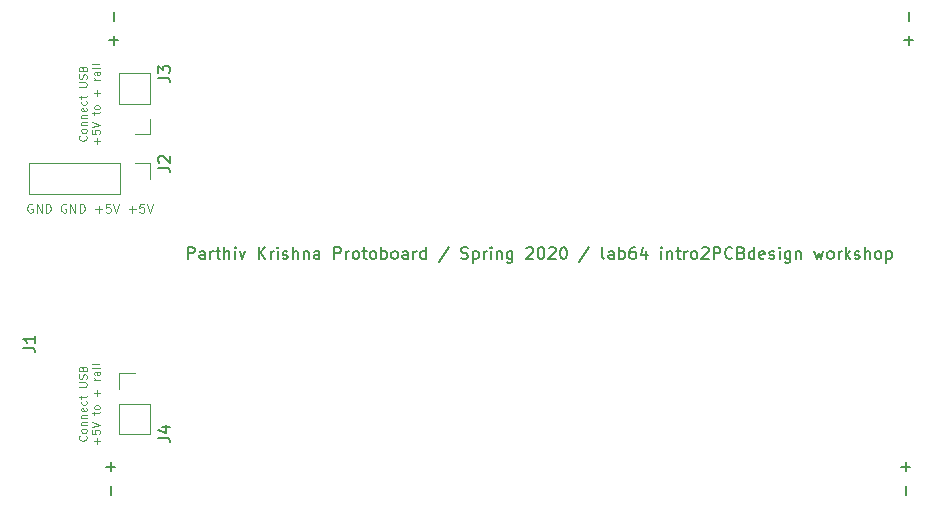
<source format=gbr>
G04 #@! TF.GenerationSoftware,KiCad,Pcbnew,(5.1.5)-3*
G04 #@! TF.CreationDate,2020-04-19T20:17:08-05:00*
G04 #@! TF.ProjectId,Activity_1,41637469-7669-4747-995f-312e6b696361,rev?*
G04 #@! TF.SameCoordinates,Original*
G04 #@! TF.FileFunction,Legend,Top*
G04 #@! TF.FilePolarity,Positive*
%FSLAX46Y46*%
G04 Gerber Fmt 4.6, Leading zero omitted, Abs format (unit mm)*
G04 Created by KiCad (PCBNEW (5.1.5)-3) date 2020-04-19 20:17:08*
%MOMM*%
%LPD*%
G04 APERTURE LIST*
%ADD10C,0.100000*%
%ADD11C,0.150000*%
%ADD12C,0.120000*%
G04 APERTURE END LIST*
D10*
X152086785Y-127187857D02*
X152118690Y-127219761D01*
X152150595Y-127315476D01*
X152150595Y-127379285D01*
X152118690Y-127475000D01*
X152054880Y-127538809D01*
X151991071Y-127570714D01*
X151863452Y-127602619D01*
X151767738Y-127602619D01*
X151640119Y-127570714D01*
X151576309Y-127538809D01*
X151512500Y-127475000D01*
X151480595Y-127379285D01*
X151480595Y-127315476D01*
X151512500Y-127219761D01*
X151544404Y-127187857D01*
X152150595Y-126805000D02*
X152118690Y-126868809D01*
X152086785Y-126900714D01*
X152022976Y-126932619D01*
X151831547Y-126932619D01*
X151767738Y-126900714D01*
X151735833Y-126868809D01*
X151703928Y-126805000D01*
X151703928Y-126709285D01*
X151735833Y-126645476D01*
X151767738Y-126613571D01*
X151831547Y-126581666D01*
X152022976Y-126581666D01*
X152086785Y-126613571D01*
X152118690Y-126645476D01*
X152150595Y-126709285D01*
X152150595Y-126805000D01*
X151703928Y-126294523D02*
X152150595Y-126294523D01*
X151767738Y-126294523D02*
X151735833Y-126262619D01*
X151703928Y-126198809D01*
X151703928Y-126103095D01*
X151735833Y-126039285D01*
X151799642Y-126007380D01*
X152150595Y-126007380D01*
X151703928Y-125688333D02*
X152150595Y-125688333D01*
X151767738Y-125688333D02*
X151735833Y-125656428D01*
X151703928Y-125592619D01*
X151703928Y-125496904D01*
X151735833Y-125433095D01*
X151799642Y-125401190D01*
X152150595Y-125401190D01*
X152118690Y-124826904D02*
X152150595Y-124890714D01*
X152150595Y-125018333D01*
X152118690Y-125082142D01*
X152054880Y-125114047D01*
X151799642Y-125114047D01*
X151735833Y-125082142D01*
X151703928Y-125018333D01*
X151703928Y-124890714D01*
X151735833Y-124826904D01*
X151799642Y-124795000D01*
X151863452Y-124795000D01*
X151927261Y-125114047D01*
X152118690Y-124220714D02*
X152150595Y-124284523D01*
X152150595Y-124412142D01*
X152118690Y-124475952D01*
X152086785Y-124507857D01*
X152022976Y-124539761D01*
X151831547Y-124539761D01*
X151767738Y-124507857D01*
X151735833Y-124475952D01*
X151703928Y-124412142D01*
X151703928Y-124284523D01*
X151735833Y-124220714D01*
X151703928Y-124029285D02*
X151703928Y-123774047D01*
X151480595Y-123933571D02*
X152054880Y-123933571D01*
X152118690Y-123901666D01*
X152150595Y-123837857D01*
X152150595Y-123774047D01*
X151480595Y-123040238D02*
X152022976Y-123040238D01*
X152086785Y-123008333D01*
X152118690Y-122976428D01*
X152150595Y-122912619D01*
X152150595Y-122785000D01*
X152118690Y-122721190D01*
X152086785Y-122689285D01*
X152022976Y-122657380D01*
X151480595Y-122657380D01*
X152118690Y-122370238D02*
X152150595Y-122274523D01*
X152150595Y-122115000D01*
X152118690Y-122051190D01*
X152086785Y-122019285D01*
X152022976Y-121987380D01*
X151959166Y-121987380D01*
X151895357Y-122019285D01*
X151863452Y-122051190D01*
X151831547Y-122115000D01*
X151799642Y-122242619D01*
X151767738Y-122306428D01*
X151735833Y-122338333D01*
X151672023Y-122370238D01*
X151608214Y-122370238D01*
X151544404Y-122338333D01*
X151512500Y-122306428D01*
X151480595Y-122242619D01*
X151480595Y-122083095D01*
X151512500Y-121987380D01*
X151799642Y-121476904D02*
X151831547Y-121381190D01*
X151863452Y-121349285D01*
X151927261Y-121317380D01*
X152022976Y-121317380D01*
X152086785Y-121349285D01*
X152118690Y-121381190D01*
X152150595Y-121445000D01*
X152150595Y-121700238D01*
X151480595Y-121700238D01*
X151480595Y-121476904D01*
X151512500Y-121413095D01*
X151544404Y-121381190D01*
X151608214Y-121349285D01*
X151672023Y-121349285D01*
X151735833Y-121381190D01*
X151767738Y-121413095D01*
X151799642Y-121476904D01*
X151799642Y-121700238D01*
X153000357Y-127841904D02*
X153000357Y-127331428D01*
X153255595Y-127586666D02*
X152745119Y-127586666D01*
X152585595Y-126693333D02*
X152585595Y-127012380D01*
X152904642Y-127044285D01*
X152872738Y-127012380D01*
X152840833Y-126948571D01*
X152840833Y-126789047D01*
X152872738Y-126725238D01*
X152904642Y-126693333D01*
X152968452Y-126661428D01*
X153127976Y-126661428D01*
X153191785Y-126693333D01*
X153223690Y-126725238D01*
X153255595Y-126789047D01*
X153255595Y-126948571D01*
X153223690Y-127012380D01*
X153191785Y-127044285D01*
X152585595Y-126470000D02*
X153255595Y-126246666D01*
X152585595Y-126023333D01*
X152808928Y-125385238D02*
X152808928Y-125130000D01*
X152585595Y-125289523D02*
X153159880Y-125289523D01*
X153223690Y-125257619D01*
X153255595Y-125193809D01*
X153255595Y-125130000D01*
X153255595Y-124810952D02*
X153223690Y-124874761D01*
X153191785Y-124906666D01*
X153127976Y-124938571D01*
X152936547Y-124938571D01*
X152872738Y-124906666D01*
X152840833Y-124874761D01*
X152808928Y-124810952D01*
X152808928Y-124715238D01*
X152840833Y-124651428D01*
X152872738Y-124619523D01*
X152936547Y-124587619D01*
X153127976Y-124587619D01*
X153191785Y-124619523D01*
X153223690Y-124651428D01*
X153255595Y-124715238D01*
X153255595Y-124810952D01*
X153000357Y-123790000D02*
X153000357Y-123279523D01*
X153255595Y-123534761D02*
X152745119Y-123534761D01*
X153255595Y-122450000D02*
X152808928Y-122450000D01*
X152936547Y-122450000D02*
X152872738Y-122418095D01*
X152840833Y-122386190D01*
X152808928Y-122322380D01*
X152808928Y-122258571D01*
X153255595Y-121748095D02*
X152904642Y-121748095D01*
X152840833Y-121780000D01*
X152808928Y-121843809D01*
X152808928Y-121971428D01*
X152840833Y-122035238D01*
X153223690Y-121748095D02*
X153255595Y-121811904D01*
X153255595Y-121971428D01*
X153223690Y-122035238D01*
X153159880Y-122067142D01*
X153096071Y-122067142D01*
X153032261Y-122035238D01*
X153000357Y-121971428D01*
X153000357Y-121811904D01*
X152968452Y-121748095D01*
X153255595Y-121429047D02*
X152808928Y-121429047D01*
X152585595Y-121429047D02*
X152617500Y-121460952D01*
X152649404Y-121429047D01*
X152617500Y-121397142D01*
X152585595Y-121429047D01*
X152649404Y-121429047D01*
X153255595Y-121014285D02*
X153223690Y-121078095D01*
X153159880Y-121110000D01*
X152585595Y-121110000D01*
D11*
X221496428Y-132190952D02*
X221496428Y-131429047D01*
X221496428Y-130190952D02*
X221496428Y-129429047D01*
X221877380Y-129810000D02*
X221115476Y-129810000D01*
X221733571Y-91329047D02*
X221733571Y-92090952D01*
X221733571Y-93329047D02*
X221733571Y-94090952D01*
X221352619Y-93710000D02*
X222114523Y-93710000D01*
X154423571Y-91329047D02*
X154423571Y-92090952D01*
X154423571Y-93329047D02*
X154423571Y-94090952D01*
X154042619Y-93710000D02*
X154804523Y-93710000D01*
D10*
X152086785Y-101787857D02*
X152118690Y-101819761D01*
X152150595Y-101915476D01*
X152150595Y-101979285D01*
X152118690Y-102075000D01*
X152054880Y-102138809D01*
X151991071Y-102170714D01*
X151863452Y-102202619D01*
X151767738Y-102202619D01*
X151640119Y-102170714D01*
X151576309Y-102138809D01*
X151512500Y-102075000D01*
X151480595Y-101979285D01*
X151480595Y-101915476D01*
X151512500Y-101819761D01*
X151544404Y-101787857D01*
X152150595Y-101405000D02*
X152118690Y-101468809D01*
X152086785Y-101500714D01*
X152022976Y-101532619D01*
X151831547Y-101532619D01*
X151767738Y-101500714D01*
X151735833Y-101468809D01*
X151703928Y-101405000D01*
X151703928Y-101309285D01*
X151735833Y-101245476D01*
X151767738Y-101213571D01*
X151831547Y-101181666D01*
X152022976Y-101181666D01*
X152086785Y-101213571D01*
X152118690Y-101245476D01*
X152150595Y-101309285D01*
X152150595Y-101405000D01*
X151703928Y-100894523D02*
X152150595Y-100894523D01*
X151767738Y-100894523D02*
X151735833Y-100862619D01*
X151703928Y-100798809D01*
X151703928Y-100703095D01*
X151735833Y-100639285D01*
X151799642Y-100607380D01*
X152150595Y-100607380D01*
X151703928Y-100288333D02*
X152150595Y-100288333D01*
X151767738Y-100288333D02*
X151735833Y-100256428D01*
X151703928Y-100192619D01*
X151703928Y-100096904D01*
X151735833Y-100033095D01*
X151799642Y-100001190D01*
X152150595Y-100001190D01*
X152118690Y-99426904D02*
X152150595Y-99490714D01*
X152150595Y-99618333D01*
X152118690Y-99682142D01*
X152054880Y-99714047D01*
X151799642Y-99714047D01*
X151735833Y-99682142D01*
X151703928Y-99618333D01*
X151703928Y-99490714D01*
X151735833Y-99426904D01*
X151799642Y-99395000D01*
X151863452Y-99395000D01*
X151927261Y-99714047D01*
X152118690Y-98820714D02*
X152150595Y-98884523D01*
X152150595Y-99012142D01*
X152118690Y-99075952D01*
X152086785Y-99107857D01*
X152022976Y-99139761D01*
X151831547Y-99139761D01*
X151767738Y-99107857D01*
X151735833Y-99075952D01*
X151703928Y-99012142D01*
X151703928Y-98884523D01*
X151735833Y-98820714D01*
X151703928Y-98629285D02*
X151703928Y-98374047D01*
X151480595Y-98533571D02*
X152054880Y-98533571D01*
X152118690Y-98501666D01*
X152150595Y-98437857D01*
X152150595Y-98374047D01*
X151480595Y-97640238D02*
X152022976Y-97640238D01*
X152086785Y-97608333D01*
X152118690Y-97576428D01*
X152150595Y-97512619D01*
X152150595Y-97385000D01*
X152118690Y-97321190D01*
X152086785Y-97289285D01*
X152022976Y-97257380D01*
X151480595Y-97257380D01*
X152118690Y-96970238D02*
X152150595Y-96874523D01*
X152150595Y-96715000D01*
X152118690Y-96651190D01*
X152086785Y-96619285D01*
X152022976Y-96587380D01*
X151959166Y-96587380D01*
X151895357Y-96619285D01*
X151863452Y-96651190D01*
X151831547Y-96715000D01*
X151799642Y-96842619D01*
X151767738Y-96906428D01*
X151735833Y-96938333D01*
X151672023Y-96970238D01*
X151608214Y-96970238D01*
X151544404Y-96938333D01*
X151512500Y-96906428D01*
X151480595Y-96842619D01*
X151480595Y-96683095D01*
X151512500Y-96587380D01*
X151799642Y-96076904D02*
X151831547Y-95981190D01*
X151863452Y-95949285D01*
X151927261Y-95917380D01*
X152022976Y-95917380D01*
X152086785Y-95949285D01*
X152118690Y-95981190D01*
X152150595Y-96045000D01*
X152150595Y-96300238D01*
X151480595Y-96300238D01*
X151480595Y-96076904D01*
X151512500Y-96013095D01*
X151544404Y-95981190D01*
X151608214Y-95949285D01*
X151672023Y-95949285D01*
X151735833Y-95981190D01*
X151767738Y-96013095D01*
X151799642Y-96076904D01*
X151799642Y-96300238D01*
X153000357Y-102441904D02*
X153000357Y-101931428D01*
X153255595Y-102186666D02*
X152745119Y-102186666D01*
X152585595Y-101293333D02*
X152585595Y-101612380D01*
X152904642Y-101644285D01*
X152872738Y-101612380D01*
X152840833Y-101548571D01*
X152840833Y-101389047D01*
X152872738Y-101325238D01*
X152904642Y-101293333D01*
X152968452Y-101261428D01*
X153127976Y-101261428D01*
X153191785Y-101293333D01*
X153223690Y-101325238D01*
X153255595Y-101389047D01*
X153255595Y-101548571D01*
X153223690Y-101612380D01*
X153191785Y-101644285D01*
X152585595Y-101070000D02*
X153255595Y-100846666D01*
X152585595Y-100623333D01*
X152808928Y-99985238D02*
X152808928Y-99730000D01*
X152585595Y-99889523D02*
X153159880Y-99889523D01*
X153223690Y-99857619D01*
X153255595Y-99793809D01*
X153255595Y-99730000D01*
X153255595Y-99410952D02*
X153223690Y-99474761D01*
X153191785Y-99506666D01*
X153127976Y-99538571D01*
X152936547Y-99538571D01*
X152872738Y-99506666D01*
X152840833Y-99474761D01*
X152808928Y-99410952D01*
X152808928Y-99315238D01*
X152840833Y-99251428D01*
X152872738Y-99219523D01*
X152936547Y-99187619D01*
X153127976Y-99187619D01*
X153191785Y-99219523D01*
X153223690Y-99251428D01*
X153255595Y-99315238D01*
X153255595Y-99410952D01*
X153000357Y-98390000D02*
X153000357Y-97879523D01*
X153255595Y-98134761D02*
X152745119Y-98134761D01*
X153255595Y-97050000D02*
X152808928Y-97050000D01*
X152936547Y-97050000D02*
X152872738Y-97018095D01*
X152840833Y-96986190D01*
X152808928Y-96922380D01*
X152808928Y-96858571D01*
X153255595Y-96348095D02*
X152904642Y-96348095D01*
X152840833Y-96380000D01*
X152808928Y-96443809D01*
X152808928Y-96571428D01*
X152840833Y-96635238D01*
X153223690Y-96348095D02*
X153255595Y-96411904D01*
X153255595Y-96571428D01*
X153223690Y-96635238D01*
X153159880Y-96667142D01*
X153096071Y-96667142D01*
X153032261Y-96635238D01*
X153000357Y-96571428D01*
X153000357Y-96411904D01*
X152968452Y-96348095D01*
X153255595Y-96029047D02*
X152808928Y-96029047D01*
X152585595Y-96029047D02*
X152617500Y-96060952D01*
X152649404Y-96029047D01*
X152617500Y-95997142D01*
X152585595Y-96029047D01*
X152649404Y-96029047D01*
X153255595Y-95614285D02*
X153223690Y-95678095D01*
X153159880Y-95710000D01*
X152585595Y-95710000D01*
D11*
X154186428Y-132190952D02*
X154186428Y-131429047D01*
X154186428Y-130190952D02*
X154186428Y-129429047D01*
X154567380Y-129810000D02*
X153805476Y-129810000D01*
D12*
X147542857Y-107575000D02*
X147471428Y-107539285D01*
X147364285Y-107539285D01*
X147257142Y-107575000D01*
X147185714Y-107646428D01*
X147150000Y-107717857D01*
X147114285Y-107860714D01*
X147114285Y-107967857D01*
X147150000Y-108110714D01*
X147185714Y-108182142D01*
X147257142Y-108253571D01*
X147364285Y-108289285D01*
X147435714Y-108289285D01*
X147542857Y-108253571D01*
X147578571Y-108217857D01*
X147578571Y-107967857D01*
X147435714Y-107967857D01*
X147900000Y-108289285D02*
X147900000Y-107539285D01*
X148328571Y-108289285D01*
X148328571Y-107539285D01*
X148685714Y-108289285D02*
X148685714Y-107539285D01*
X148864285Y-107539285D01*
X148971428Y-107575000D01*
X149042857Y-107646428D01*
X149078571Y-107717857D01*
X149114285Y-107860714D01*
X149114285Y-107967857D01*
X149078571Y-108110714D01*
X149042857Y-108182142D01*
X148971428Y-108253571D01*
X148864285Y-108289285D01*
X148685714Y-108289285D01*
X150400000Y-107575000D02*
X150328571Y-107539285D01*
X150221428Y-107539285D01*
X150114285Y-107575000D01*
X150042857Y-107646428D01*
X150007142Y-107717857D01*
X149971428Y-107860714D01*
X149971428Y-107967857D01*
X150007142Y-108110714D01*
X150042857Y-108182142D01*
X150114285Y-108253571D01*
X150221428Y-108289285D01*
X150292857Y-108289285D01*
X150400000Y-108253571D01*
X150435714Y-108217857D01*
X150435714Y-107967857D01*
X150292857Y-107967857D01*
X150757142Y-108289285D02*
X150757142Y-107539285D01*
X151185714Y-108289285D01*
X151185714Y-107539285D01*
X151542857Y-108289285D02*
X151542857Y-107539285D01*
X151721428Y-107539285D01*
X151828571Y-107575000D01*
X151900000Y-107646428D01*
X151935714Y-107717857D01*
X151971428Y-107860714D01*
X151971428Y-107967857D01*
X151935714Y-108110714D01*
X151900000Y-108182142D01*
X151828571Y-108253571D01*
X151721428Y-108289285D01*
X151542857Y-108289285D01*
X152864285Y-108003571D02*
X153435714Y-108003571D01*
X153150000Y-108289285D02*
X153150000Y-107717857D01*
X154150000Y-107539285D02*
X153792857Y-107539285D01*
X153757142Y-107896428D01*
X153792857Y-107860714D01*
X153864285Y-107825000D01*
X154042857Y-107825000D01*
X154114285Y-107860714D01*
X154150000Y-107896428D01*
X154185714Y-107967857D01*
X154185714Y-108146428D01*
X154150000Y-108217857D01*
X154114285Y-108253571D01*
X154042857Y-108289285D01*
X153864285Y-108289285D01*
X153792857Y-108253571D01*
X153757142Y-108217857D01*
X154400000Y-107539285D02*
X154650000Y-108289285D01*
X154900000Y-107539285D01*
X155721428Y-108003571D02*
X156292857Y-108003571D01*
X156007142Y-108289285D02*
X156007142Y-107717857D01*
X157007142Y-107539285D02*
X156650000Y-107539285D01*
X156614285Y-107896428D01*
X156650000Y-107860714D01*
X156721428Y-107825000D01*
X156900000Y-107825000D01*
X156971428Y-107860714D01*
X157007142Y-107896428D01*
X157042857Y-107967857D01*
X157042857Y-108146428D01*
X157007142Y-108217857D01*
X156971428Y-108253571D01*
X156900000Y-108289285D01*
X156721428Y-108289285D01*
X156650000Y-108253571D01*
X156614285Y-108217857D01*
X157257142Y-107539285D02*
X157507142Y-108289285D01*
X157757142Y-107539285D01*
D11*
X160714285Y-112212380D02*
X160714285Y-111212380D01*
X161095238Y-111212380D01*
X161190476Y-111260000D01*
X161238095Y-111307619D01*
X161285714Y-111402857D01*
X161285714Y-111545714D01*
X161238095Y-111640952D01*
X161190476Y-111688571D01*
X161095238Y-111736190D01*
X160714285Y-111736190D01*
X162142857Y-112212380D02*
X162142857Y-111688571D01*
X162095238Y-111593333D01*
X162000000Y-111545714D01*
X161809523Y-111545714D01*
X161714285Y-111593333D01*
X162142857Y-112164761D02*
X162047619Y-112212380D01*
X161809523Y-112212380D01*
X161714285Y-112164761D01*
X161666666Y-112069523D01*
X161666666Y-111974285D01*
X161714285Y-111879047D01*
X161809523Y-111831428D01*
X162047619Y-111831428D01*
X162142857Y-111783809D01*
X162619047Y-112212380D02*
X162619047Y-111545714D01*
X162619047Y-111736190D02*
X162666666Y-111640952D01*
X162714285Y-111593333D01*
X162809523Y-111545714D01*
X162904761Y-111545714D01*
X163095238Y-111545714D02*
X163476190Y-111545714D01*
X163238095Y-111212380D02*
X163238095Y-112069523D01*
X163285714Y-112164761D01*
X163380952Y-112212380D01*
X163476190Y-112212380D01*
X163809523Y-112212380D02*
X163809523Y-111212380D01*
X164238095Y-112212380D02*
X164238095Y-111688571D01*
X164190476Y-111593333D01*
X164095238Y-111545714D01*
X163952380Y-111545714D01*
X163857142Y-111593333D01*
X163809523Y-111640952D01*
X164714285Y-112212380D02*
X164714285Y-111545714D01*
X164714285Y-111212380D02*
X164666666Y-111260000D01*
X164714285Y-111307619D01*
X164761904Y-111260000D01*
X164714285Y-111212380D01*
X164714285Y-111307619D01*
X165095238Y-111545714D02*
X165333333Y-112212380D01*
X165571428Y-111545714D01*
X166714285Y-112212380D02*
X166714285Y-111212380D01*
X167285714Y-112212380D02*
X166857142Y-111640952D01*
X167285714Y-111212380D02*
X166714285Y-111783809D01*
X167714285Y-112212380D02*
X167714285Y-111545714D01*
X167714285Y-111736190D02*
X167761904Y-111640952D01*
X167809523Y-111593333D01*
X167904761Y-111545714D01*
X168000000Y-111545714D01*
X168333333Y-112212380D02*
X168333333Y-111545714D01*
X168333333Y-111212380D02*
X168285714Y-111260000D01*
X168333333Y-111307619D01*
X168380952Y-111260000D01*
X168333333Y-111212380D01*
X168333333Y-111307619D01*
X168761904Y-112164761D02*
X168857142Y-112212380D01*
X169047619Y-112212380D01*
X169142857Y-112164761D01*
X169190476Y-112069523D01*
X169190476Y-112021904D01*
X169142857Y-111926666D01*
X169047619Y-111879047D01*
X168904761Y-111879047D01*
X168809523Y-111831428D01*
X168761904Y-111736190D01*
X168761904Y-111688571D01*
X168809523Y-111593333D01*
X168904761Y-111545714D01*
X169047619Y-111545714D01*
X169142857Y-111593333D01*
X169619047Y-112212380D02*
X169619047Y-111212380D01*
X170047619Y-112212380D02*
X170047619Y-111688571D01*
X170000000Y-111593333D01*
X169904761Y-111545714D01*
X169761904Y-111545714D01*
X169666666Y-111593333D01*
X169619047Y-111640952D01*
X170523809Y-111545714D02*
X170523809Y-112212380D01*
X170523809Y-111640952D02*
X170571428Y-111593333D01*
X170666666Y-111545714D01*
X170809523Y-111545714D01*
X170904761Y-111593333D01*
X170952380Y-111688571D01*
X170952380Y-112212380D01*
X171857142Y-112212380D02*
X171857142Y-111688571D01*
X171809523Y-111593333D01*
X171714285Y-111545714D01*
X171523809Y-111545714D01*
X171428571Y-111593333D01*
X171857142Y-112164761D02*
X171761904Y-112212380D01*
X171523809Y-112212380D01*
X171428571Y-112164761D01*
X171380952Y-112069523D01*
X171380952Y-111974285D01*
X171428571Y-111879047D01*
X171523809Y-111831428D01*
X171761904Y-111831428D01*
X171857142Y-111783809D01*
X173095238Y-112212380D02*
X173095238Y-111212380D01*
X173476190Y-111212380D01*
X173571428Y-111260000D01*
X173619047Y-111307619D01*
X173666666Y-111402857D01*
X173666666Y-111545714D01*
X173619047Y-111640952D01*
X173571428Y-111688571D01*
X173476190Y-111736190D01*
X173095238Y-111736190D01*
X174095238Y-112212380D02*
X174095238Y-111545714D01*
X174095238Y-111736190D02*
X174142857Y-111640952D01*
X174190476Y-111593333D01*
X174285714Y-111545714D01*
X174380952Y-111545714D01*
X174857142Y-112212380D02*
X174761904Y-112164761D01*
X174714285Y-112117142D01*
X174666666Y-112021904D01*
X174666666Y-111736190D01*
X174714285Y-111640952D01*
X174761904Y-111593333D01*
X174857142Y-111545714D01*
X175000000Y-111545714D01*
X175095238Y-111593333D01*
X175142857Y-111640952D01*
X175190476Y-111736190D01*
X175190476Y-112021904D01*
X175142857Y-112117142D01*
X175095238Y-112164761D01*
X175000000Y-112212380D01*
X174857142Y-112212380D01*
X175476190Y-111545714D02*
X175857142Y-111545714D01*
X175619047Y-111212380D02*
X175619047Y-112069523D01*
X175666666Y-112164761D01*
X175761904Y-112212380D01*
X175857142Y-112212380D01*
X176333333Y-112212380D02*
X176238095Y-112164761D01*
X176190476Y-112117142D01*
X176142857Y-112021904D01*
X176142857Y-111736190D01*
X176190476Y-111640952D01*
X176238095Y-111593333D01*
X176333333Y-111545714D01*
X176476190Y-111545714D01*
X176571428Y-111593333D01*
X176619047Y-111640952D01*
X176666666Y-111736190D01*
X176666666Y-112021904D01*
X176619047Y-112117142D01*
X176571428Y-112164761D01*
X176476190Y-112212380D01*
X176333333Y-112212380D01*
X177095238Y-112212380D02*
X177095238Y-111212380D01*
X177095238Y-111593333D02*
X177190476Y-111545714D01*
X177380952Y-111545714D01*
X177476190Y-111593333D01*
X177523809Y-111640952D01*
X177571428Y-111736190D01*
X177571428Y-112021904D01*
X177523809Y-112117142D01*
X177476190Y-112164761D01*
X177380952Y-112212380D01*
X177190476Y-112212380D01*
X177095238Y-112164761D01*
X178142857Y-112212380D02*
X178047619Y-112164761D01*
X178000000Y-112117142D01*
X177952380Y-112021904D01*
X177952380Y-111736190D01*
X178000000Y-111640952D01*
X178047619Y-111593333D01*
X178142857Y-111545714D01*
X178285714Y-111545714D01*
X178380952Y-111593333D01*
X178428571Y-111640952D01*
X178476190Y-111736190D01*
X178476190Y-112021904D01*
X178428571Y-112117142D01*
X178380952Y-112164761D01*
X178285714Y-112212380D01*
X178142857Y-112212380D01*
X179333333Y-112212380D02*
X179333333Y-111688571D01*
X179285714Y-111593333D01*
X179190476Y-111545714D01*
X179000000Y-111545714D01*
X178904761Y-111593333D01*
X179333333Y-112164761D02*
X179238095Y-112212380D01*
X179000000Y-112212380D01*
X178904761Y-112164761D01*
X178857142Y-112069523D01*
X178857142Y-111974285D01*
X178904761Y-111879047D01*
X179000000Y-111831428D01*
X179238095Y-111831428D01*
X179333333Y-111783809D01*
X179809523Y-112212380D02*
X179809523Y-111545714D01*
X179809523Y-111736190D02*
X179857142Y-111640952D01*
X179904761Y-111593333D01*
X180000000Y-111545714D01*
X180095238Y-111545714D01*
X180857142Y-112212380D02*
X180857142Y-111212380D01*
X180857142Y-112164761D02*
X180761904Y-112212380D01*
X180571428Y-112212380D01*
X180476190Y-112164761D01*
X180428571Y-112117142D01*
X180380952Y-112021904D01*
X180380952Y-111736190D01*
X180428571Y-111640952D01*
X180476190Y-111593333D01*
X180571428Y-111545714D01*
X180761904Y-111545714D01*
X180857142Y-111593333D01*
X182809523Y-111164761D02*
X181952380Y-112450476D01*
X183857142Y-112164761D02*
X184000000Y-112212380D01*
X184238095Y-112212380D01*
X184333333Y-112164761D01*
X184380952Y-112117142D01*
X184428571Y-112021904D01*
X184428571Y-111926666D01*
X184380952Y-111831428D01*
X184333333Y-111783809D01*
X184238095Y-111736190D01*
X184047619Y-111688571D01*
X183952380Y-111640952D01*
X183904761Y-111593333D01*
X183857142Y-111498095D01*
X183857142Y-111402857D01*
X183904761Y-111307619D01*
X183952380Y-111260000D01*
X184047619Y-111212380D01*
X184285714Y-111212380D01*
X184428571Y-111260000D01*
X184857142Y-111545714D02*
X184857142Y-112545714D01*
X184857142Y-111593333D02*
X184952380Y-111545714D01*
X185142857Y-111545714D01*
X185238095Y-111593333D01*
X185285714Y-111640952D01*
X185333333Y-111736190D01*
X185333333Y-112021904D01*
X185285714Y-112117142D01*
X185238095Y-112164761D01*
X185142857Y-112212380D01*
X184952380Y-112212380D01*
X184857142Y-112164761D01*
X185761904Y-112212380D02*
X185761904Y-111545714D01*
X185761904Y-111736190D02*
X185809523Y-111640952D01*
X185857142Y-111593333D01*
X185952380Y-111545714D01*
X186047619Y-111545714D01*
X186380952Y-112212380D02*
X186380952Y-111545714D01*
X186380952Y-111212380D02*
X186333333Y-111260000D01*
X186380952Y-111307619D01*
X186428571Y-111260000D01*
X186380952Y-111212380D01*
X186380952Y-111307619D01*
X186857142Y-111545714D02*
X186857142Y-112212380D01*
X186857142Y-111640952D02*
X186904761Y-111593333D01*
X187000000Y-111545714D01*
X187142857Y-111545714D01*
X187238095Y-111593333D01*
X187285714Y-111688571D01*
X187285714Y-112212380D01*
X188190476Y-111545714D02*
X188190476Y-112355238D01*
X188142857Y-112450476D01*
X188095238Y-112498095D01*
X188000000Y-112545714D01*
X187857142Y-112545714D01*
X187761904Y-112498095D01*
X188190476Y-112164761D02*
X188095238Y-112212380D01*
X187904761Y-112212380D01*
X187809523Y-112164761D01*
X187761904Y-112117142D01*
X187714285Y-112021904D01*
X187714285Y-111736190D01*
X187761904Y-111640952D01*
X187809523Y-111593333D01*
X187904761Y-111545714D01*
X188095238Y-111545714D01*
X188190476Y-111593333D01*
X189380952Y-111307619D02*
X189428571Y-111260000D01*
X189523809Y-111212380D01*
X189761904Y-111212380D01*
X189857142Y-111260000D01*
X189904761Y-111307619D01*
X189952380Y-111402857D01*
X189952380Y-111498095D01*
X189904761Y-111640952D01*
X189333333Y-112212380D01*
X189952380Y-112212380D01*
X190571428Y-111212380D02*
X190666666Y-111212380D01*
X190761904Y-111260000D01*
X190809523Y-111307619D01*
X190857142Y-111402857D01*
X190904761Y-111593333D01*
X190904761Y-111831428D01*
X190857142Y-112021904D01*
X190809523Y-112117142D01*
X190761904Y-112164761D01*
X190666666Y-112212380D01*
X190571428Y-112212380D01*
X190476190Y-112164761D01*
X190428571Y-112117142D01*
X190380952Y-112021904D01*
X190333333Y-111831428D01*
X190333333Y-111593333D01*
X190380952Y-111402857D01*
X190428571Y-111307619D01*
X190476190Y-111260000D01*
X190571428Y-111212380D01*
X191285714Y-111307619D02*
X191333333Y-111260000D01*
X191428571Y-111212380D01*
X191666666Y-111212380D01*
X191761904Y-111260000D01*
X191809523Y-111307619D01*
X191857142Y-111402857D01*
X191857142Y-111498095D01*
X191809523Y-111640952D01*
X191238095Y-112212380D01*
X191857142Y-112212380D01*
X192476190Y-111212380D02*
X192571428Y-111212380D01*
X192666666Y-111260000D01*
X192714285Y-111307619D01*
X192761904Y-111402857D01*
X192809523Y-111593333D01*
X192809523Y-111831428D01*
X192761904Y-112021904D01*
X192714285Y-112117142D01*
X192666666Y-112164761D01*
X192571428Y-112212380D01*
X192476190Y-112212380D01*
X192380952Y-112164761D01*
X192333333Y-112117142D01*
X192285714Y-112021904D01*
X192238095Y-111831428D01*
X192238095Y-111593333D01*
X192285714Y-111402857D01*
X192333333Y-111307619D01*
X192380952Y-111260000D01*
X192476190Y-111212380D01*
X194714285Y-111164761D02*
X193857142Y-112450476D01*
X195952380Y-112212380D02*
X195857142Y-112164761D01*
X195809523Y-112069523D01*
X195809523Y-111212380D01*
X196761904Y-112212380D02*
X196761904Y-111688571D01*
X196714285Y-111593333D01*
X196619047Y-111545714D01*
X196428571Y-111545714D01*
X196333333Y-111593333D01*
X196761904Y-112164761D02*
X196666666Y-112212380D01*
X196428571Y-112212380D01*
X196333333Y-112164761D01*
X196285714Y-112069523D01*
X196285714Y-111974285D01*
X196333333Y-111879047D01*
X196428571Y-111831428D01*
X196666666Y-111831428D01*
X196761904Y-111783809D01*
X197238095Y-112212380D02*
X197238095Y-111212380D01*
X197238095Y-111593333D02*
X197333333Y-111545714D01*
X197523809Y-111545714D01*
X197619047Y-111593333D01*
X197666666Y-111640952D01*
X197714285Y-111736190D01*
X197714285Y-112021904D01*
X197666666Y-112117142D01*
X197619047Y-112164761D01*
X197523809Y-112212380D01*
X197333333Y-112212380D01*
X197238095Y-112164761D01*
X198571428Y-111212380D02*
X198380952Y-111212380D01*
X198285714Y-111260000D01*
X198238095Y-111307619D01*
X198142857Y-111450476D01*
X198095238Y-111640952D01*
X198095238Y-112021904D01*
X198142857Y-112117142D01*
X198190476Y-112164761D01*
X198285714Y-112212380D01*
X198476190Y-112212380D01*
X198571428Y-112164761D01*
X198619047Y-112117142D01*
X198666666Y-112021904D01*
X198666666Y-111783809D01*
X198619047Y-111688571D01*
X198571428Y-111640952D01*
X198476190Y-111593333D01*
X198285714Y-111593333D01*
X198190476Y-111640952D01*
X198142857Y-111688571D01*
X198095238Y-111783809D01*
X199523809Y-111545714D02*
X199523809Y-112212380D01*
X199285714Y-111164761D02*
X199047619Y-111879047D01*
X199666666Y-111879047D01*
X200809523Y-112212380D02*
X200809523Y-111545714D01*
X200809523Y-111212380D02*
X200761904Y-111260000D01*
X200809523Y-111307619D01*
X200857142Y-111260000D01*
X200809523Y-111212380D01*
X200809523Y-111307619D01*
X201285714Y-111545714D02*
X201285714Y-112212380D01*
X201285714Y-111640952D02*
X201333333Y-111593333D01*
X201428571Y-111545714D01*
X201571428Y-111545714D01*
X201666666Y-111593333D01*
X201714285Y-111688571D01*
X201714285Y-112212380D01*
X202047619Y-111545714D02*
X202428571Y-111545714D01*
X202190476Y-111212380D02*
X202190476Y-112069523D01*
X202238095Y-112164761D01*
X202333333Y-112212380D01*
X202428571Y-112212380D01*
X202761904Y-112212380D02*
X202761904Y-111545714D01*
X202761904Y-111736190D02*
X202809523Y-111640952D01*
X202857142Y-111593333D01*
X202952380Y-111545714D01*
X203047619Y-111545714D01*
X203523809Y-112212380D02*
X203428571Y-112164761D01*
X203380952Y-112117142D01*
X203333333Y-112021904D01*
X203333333Y-111736190D01*
X203380952Y-111640952D01*
X203428571Y-111593333D01*
X203523809Y-111545714D01*
X203666666Y-111545714D01*
X203761904Y-111593333D01*
X203809523Y-111640952D01*
X203857142Y-111736190D01*
X203857142Y-112021904D01*
X203809523Y-112117142D01*
X203761904Y-112164761D01*
X203666666Y-112212380D01*
X203523809Y-112212380D01*
X204238095Y-111307619D02*
X204285714Y-111260000D01*
X204380952Y-111212380D01*
X204619047Y-111212380D01*
X204714285Y-111260000D01*
X204761904Y-111307619D01*
X204809523Y-111402857D01*
X204809523Y-111498095D01*
X204761904Y-111640952D01*
X204190476Y-112212380D01*
X204809523Y-112212380D01*
X205238095Y-112212380D02*
X205238095Y-111212380D01*
X205619047Y-111212380D01*
X205714285Y-111260000D01*
X205761904Y-111307619D01*
X205809523Y-111402857D01*
X205809523Y-111545714D01*
X205761904Y-111640952D01*
X205714285Y-111688571D01*
X205619047Y-111736190D01*
X205238095Y-111736190D01*
X206809523Y-112117142D02*
X206761904Y-112164761D01*
X206619047Y-112212380D01*
X206523809Y-112212380D01*
X206380952Y-112164761D01*
X206285714Y-112069523D01*
X206238095Y-111974285D01*
X206190476Y-111783809D01*
X206190476Y-111640952D01*
X206238095Y-111450476D01*
X206285714Y-111355238D01*
X206380952Y-111260000D01*
X206523809Y-111212380D01*
X206619047Y-111212380D01*
X206761904Y-111260000D01*
X206809523Y-111307619D01*
X207571428Y-111688571D02*
X207714285Y-111736190D01*
X207761904Y-111783809D01*
X207809523Y-111879047D01*
X207809523Y-112021904D01*
X207761904Y-112117142D01*
X207714285Y-112164761D01*
X207619047Y-112212380D01*
X207238095Y-112212380D01*
X207238095Y-111212380D01*
X207571428Y-111212380D01*
X207666666Y-111260000D01*
X207714285Y-111307619D01*
X207761904Y-111402857D01*
X207761904Y-111498095D01*
X207714285Y-111593333D01*
X207666666Y-111640952D01*
X207571428Y-111688571D01*
X207238095Y-111688571D01*
X208666666Y-112212380D02*
X208666666Y-111212380D01*
X208666666Y-112164761D02*
X208571428Y-112212380D01*
X208380952Y-112212380D01*
X208285714Y-112164761D01*
X208238095Y-112117142D01*
X208190476Y-112021904D01*
X208190476Y-111736190D01*
X208238095Y-111640952D01*
X208285714Y-111593333D01*
X208380952Y-111545714D01*
X208571428Y-111545714D01*
X208666666Y-111593333D01*
X209523809Y-112164761D02*
X209428571Y-112212380D01*
X209238095Y-112212380D01*
X209142857Y-112164761D01*
X209095238Y-112069523D01*
X209095238Y-111688571D01*
X209142857Y-111593333D01*
X209238095Y-111545714D01*
X209428571Y-111545714D01*
X209523809Y-111593333D01*
X209571428Y-111688571D01*
X209571428Y-111783809D01*
X209095238Y-111879047D01*
X209952380Y-112164761D02*
X210047619Y-112212380D01*
X210238095Y-112212380D01*
X210333333Y-112164761D01*
X210380952Y-112069523D01*
X210380952Y-112021904D01*
X210333333Y-111926666D01*
X210238095Y-111879047D01*
X210095238Y-111879047D01*
X210000000Y-111831428D01*
X209952380Y-111736190D01*
X209952380Y-111688571D01*
X210000000Y-111593333D01*
X210095238Y-111545714D01*
X210238095Y-111545714D01*
X210333333Y-111593333D01*
X210809523Y-112212380D02*
X210809523Y-111545714D01*
X210809523Y-111212380D02*
X210761904Y-111260000D01*
X210809523Y-111307619D01*
X210857142Y-111260000D01*
X210809523Y-111212380D01*
X210809523Y-111307619D01*
X211714285Y-111545714D02*
X211714285Y-112355238D01*
X211666666Y-112450476D01*
X211619047Y-112498095D01*
X211523809Y-112545714D01*
X211380952Y-112545714D01*
X211285714Y-112498095D01*
X211714285Y-112164761D02*
X211619047Y-112212380D01*
X211428571Y-112212380D01*
X211333333Y-112164761D01*
X211285714Y-112117142D01*
X211238095Y-112021904D01*
X211238095Y-111736190D01*
X211285714Y-111640952D01*
X211333333Y-111593333D01*
X211428571Y-111545714D01*
X211619047Y-111545714D01*
X211714285Y-111593333D01*
X212190476Y-111545714D02*
X212190476Y-112212380D01*
X212190476Y-111640952D02*
X212238095Y-111593333D01*
X212333333Y-111545714D01*
X212476190Y-111545714D01*
X212571428Y-111593333D01*
X212619047Y-111688571D01*
X212619047Y-112212380D01*
X213761904Y-111545714D02*
X213952380Y-112212380D01*
X214142857Y-111736190D01*
X214333333Y-112212380D01*
X214523809Y-111545714D01*
X215047619Y-112212380D02*
X214952380Y-112164761D01*
X214904761Y-112117142D01*
X214857142Y-112021904D01*
X214857142Y-111736190D01*
X214904761Y-111640952D01*
X214952380Y-111593333D01*
X215047619Y-111545714D01*
X215190476Y-111545714D01*
X215285714Y-111593333D01*
X215333333Y-111640952D01*
X215380952Y-111736190D01*
X215380952Y-112021904D01*
X215333333Y-112117142D01*
X215285714Y-112164761D01*
X215190476Y-112212380D01*
X215047619Y-112212380D01*
X215809523Y-112212380D02*
X215809523Y-111545714D01*
X215809523Y-111736190D02*
X215857142Y-111640952D01*
X215904761Y-111593333D01*
X215999999Y-111545714D01*
X216095238Y-111545714D01*
X216428571Y-112212380D02*
X216428571Y-111212380D01*
X216523809Y-111831428D02*
X216809523Y-112212380D01*
X216809523Y-111545714D02*
X216428571Y-111926666D01*
X217190476Y-112164761D02*
X217285714Y-112212380D01*
X217476190Y-112212380D01*
X217571428Y-112164761D01*
X217619047Y-112069523D01*
X217619047Y-112021904D01*
X217571428Y-111926666D01*
X217476190Y-111879047D01*
X217333333Y-111879047D01*
X217238095Y-111831428D01*
X217190476Y-111736190D01*
X217190476Y-111688571D01*
X217238095Y-111593333D01*
X217333333Y-111545714D01*
X217476190Y-111545714D01*
X217571428Y-111593333D01*
X218047619Y-112212380D02*
X218047619Y-111212380D01*
X218476190Y-112212380D02*
X218476190Y-111688571D01*
X218428571Y-111593333D01*
X218333333Y-111545714D01*
X218190476Y-111545714D01*
X218095238Y-111593333D01*
X218047619Y-111640952D01*
X219095238Y-112212380D02*
X218999999Y-112164761D01*
X218952380Y-112117142D01*
X218904761Y-112021904D01*
X218904761Y-111736190D01*
X218952380Y-111640952D01*
X218999999Y-111593333D01*
X219095238Y-111545714D01*
X219238095Y-111545714D01*
X219333333Y-111593333D01*
X219380952Y-111640952D01*
X219428571Y-111736190D01*
X219428571Y-112021904D01*
X219380952Y-112117142D01*
X219333333Y-112164761D01*
X219238095Y-112212380D01*
X219095238Y-112212380D01*
X219857142Y-111545714D02*
X219857142Y-112545714D01*
X219857142Y-111593333D02*
X219952380Y-111545714D01*
X220142857Y-111545714D01*
X220238095Y-111593333D01*
X220285714Y-111640952D01*
X220333333Y-111736190D01*
X220333333Y-112021904D01*
X220285714Y-112117142D01*
X220238095Y-112164761D01*
X220142857Y-112212380D01*
X219952380Y-112212380D01*
X219857142Y-112164761D01*
D12*
X154880000Y-121860000D02*
X156210000Y-121860000D01*
X154880000Y-123190000D02*
X154880000Y-121860000D01*
X154880000Y-124460000D02*
X157540000Y-124460000D01*
X157540000Y-124460000D02*
X157540000Y-127060000D01*
X154880000Y-124460000D02*
X154880000Y-127060000D01*
X154880000Y-127060000D02*
X157540000Y-127060000D01*
X157540000Y-101660000D02*
X156210000Y-101660000D01*
X157540000Y-100330000D02*
X157540000Y-101660000D01*
X157540000Y-99060000D02*
X154880000Y-99060000D01*
X154880000Y-99060000D02*
X154880000Y-96460000D01*
X157540000Y-99060000D02*
X157540000Y-96460000D01*
X157540000Y-96460000D02*
X154880000Y-96460000D01*
X157540000Y-104080000D02*
X157540000Y-105410000D01*
X156210000Y-104080000D02*
X157540000Y-104080000D01*
X154940000Y-104080000D02*
X154940000Y-106740000D01*
X154940000Y-106740000D02*
X147260000Y-106740000D01*
X154940000Y-104080000D02*
X147260000Y-104080000D01*
X147260000Y-104080000D02*
X147260000Y-106740000D01*
D11*
X146772380Y-119713333D02*
X147486666Y-119713333D01*
X147629523Y-119760952D01*
X147724761Y-119856190D01*
X147772380Y-119999047D01*
X147772380Y-120094285D01*
X147772380Y-118713333D02*
X147772380Y-119284761D01*
X147772380Y-118999047D02*
X146772380Y-118999047D01*
X146915238Y-119094285D01*
X147010476Y-119189523D01*
X147058095Y-119284761D01*
X158202380Y-127333333D02*
X158916666Y-127333333D01*
X159059523Y-127380952D01*
X159154761Y-127476190D01*
X159202380Y-127619047D01*
X159202380Y-127714285D01*
X158535714Y-126428571D02*
X159202380Y-126428571D01*
X158154761Y-126666666D02*
X158869047Y-126904761D01*
X158869047Y-126285714D01*
X158202380Y-96853333D02*
X158916666Y-96853333D01*
X159059523Y-96900952D01*
X159154761Y-96996190D01*
X159202380Y-97139047D01*
X159202380Y-97234285D01*
X158202380Y-96472380D02*
X158202380Y-95853333D01*
X158583333Y-96186666D01*
X158583333Y-96043809D01*
X158630952Y-95948571D01*
X158678571Y-95900952D01*
X158773809Y-95853333D01*
X159011904Y-95853333D01*
X159107142Y-95900952D01*
X159154761Y-95948571D01*
X159202380Y-96043809D01*
X159202380Y-96329523D01*
X159154761Y-96424761D01*
X159107142Y-96472380D01*
X158202380Y-104473333D02*
X158916666Y-104473333D01*
X159059523Y-104520952D01*
X159154761Y-104616190D01*
X159202380Y-104759047D01*
X159202380Y-104854285D01*
X158297619Y-104044761D02*
X158250000Y-103997142D01*
X158202380Y-103901904D01*
X158202380Y-103663809D01*
X158250000Y-103568571D01*
X158297619Y-103520952D01*
X158392857Y-103473333D01*
X158488095Y-103473333D01*
X158630952Y-103520952D01*
X159202380Y-104092380D01*
X159202380Y-103473333D01*
M02*

</source>
